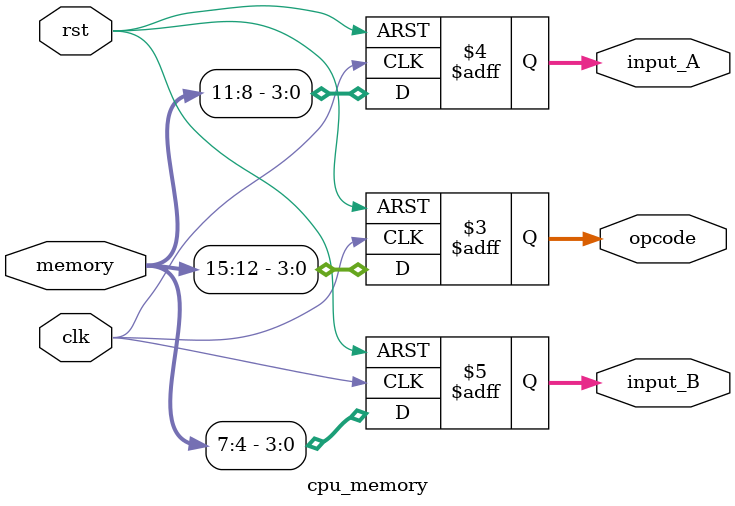
<source format=v>
module cpu_memory(
	input      clk,
	input      rst,
  input      [15:0] memory,  // 16bit Menory
  output reg [3:0]  opcode,  // 처음 4bit opcode
  output reg [3:0]  input_A, // 다음 4bit input_A
  output reg [3:0]  input_B  // 다음 4bit input_B
);

always @(posedge clk, negedge rst) begin
  if (!rst) begin             // Memory Reset
		opcode  <= 4'b0;
		input_A <= 4'b0;
		input_B <= 4'b0;
	end

	else begin                  // Memory에 각 이름 할당
		opcode  <= memory[15:12];
		input_A <= memory[11:8];
		input_B <= memory[7:4];
	end
end

endmodule

</source>
